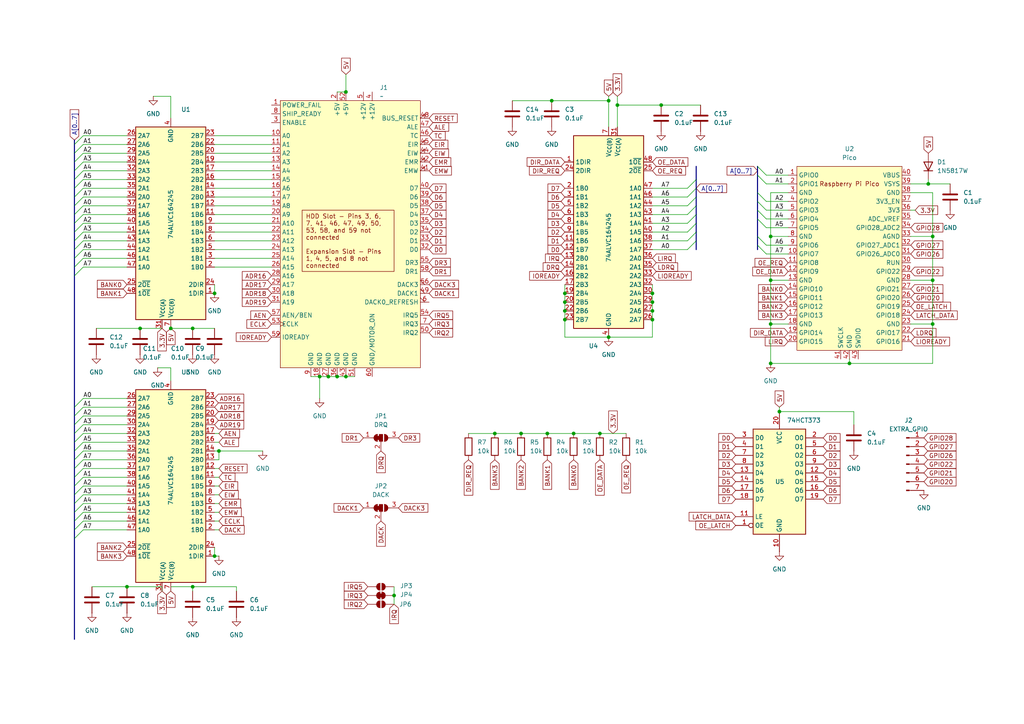
<source format=kicad_sch>
(kicad_sch (version 20231120) (generator "eeschema") (generator_version "8.0")
  (paper "A4")
  (title_block (title "Tandy1400 Raspberry Pi Pico ISA Sniffer") (comment 3 " Raspberry Pi Pico.") (comment 4 "This board is designed to safely expose the entire address bus and data bus to a"))
  (junction (at 163.83 87.63))
  (junction (at 163.83 85.09))
  (junction (at 270.51 93.98))
  (junction (at 223.52 105.41))
  (junction (at 191.77 30.48))
  (junction (at 179.07 30.48))
  (junction (at 92.71 109.22))
  (junction (at 163.83 90.17))
  (junction (at 62.23 161.29))
  (junction (at 173.99 125.73))
  (junction (at 97.79 109.22))
  (junction (at 270.51 81.28))
  (junction (at 114.3 172.72))
  (junction (at 143.51 125.73))
  (junction (at 63.5 130.81))
  (junction (at 270.51 68.58))
  (junction (at 223.52 68.58))
  (junction (at 55.88 170.18))
  (junction (at 226.06 119.38))
  (junction (at 176.53 97.79))
  (junction (at 100.33 109.22))
  (junction (at 160.02 29.21))
  (junction (at 49.53 95.25))
  (junction (at 100.33 26.67))
  (junction (at 176.53 29.21))
  (junction (at 36.83 170.18))
  (junction (at 189.23 92.71))
  (junction (at 55.88 95.25))
  (junction (at 189.23 85.09))
  (junction (at 95.25 109.22))
  (junction (at 269.24 53.34))
  (junction (at 246.38 105.41))
  (junction (at 189.23 90.17))
  (junction (at 163.83 92.71))
  (junction (at 223.52 93.98))
  (junction (at 151.13 125.73))
  (junction (at 189.23 87.63))
  (junction (at 223.52 81.28))
  (junction (at 166.37 125.73))
  (junction (at 40.64 95.25))
  (junction (at 62.23 85.09))
  (junction (at 158.75 125.73))
  (bus_entry (at 21.59 143.51) (size 2.54 -2.54))
  (bus_entry (at 21.59 118.11) (size 2.54 -2.54))
  (bus_entry (at 199.39 69.85) (size 2.54 -2.54))
  (bus_entry (at 199.39 62.23) (size 2.54 -2.54))
  (bus_entry (at 199.39 67.31) (size 2.54 -2.54))
  (bus_entry (at 199.39 54.61) (size 2.54 -2.54))
  (bus_entry (at 21.59 52.07) (size 2.54 -2.54))
  (bus_entry (at 21.59 69.85) (size 2.54 -2.54))
  (bus_entry (at 21.59 148.59) (size 2.54 -2.54))
  (bus_entry (at 199.39 64.77) (size 2.54 -2.54))
  (bus_entry (at 21.59 46.99) (size 2.54 -2.54))
  (bus_entry (at 219.71 60.96) (size 2.54 2.54))
  (bus_entry (at 219.71 71.12) (size 2.54 2.54))
  (bus_entry (at 21.59 151.13) (size 2.54 -2.54))
  (bus_entry (at 21.59 49.53) (size 2.54 -2.54))
  (bus_entry (at 21.59 80.01) (size 2.54 -2.54))
  (bus_entry (at 21.59 156.21) (size 2.54 -2.54))
  (bus_entry (at 21.59 138.43) (size 2.54 -2.54))
  (bus_entry (at 21.59 41.91) (size 2.54 -2.54))
  (bus_entry (at 219.71 63.5) (size 2.54 2.54))
  (bus_entry (at 21.59 130.81) (size 2.54 -2.54))
  (bus_entry (at 21.59 57.15) (size 2.54 -2.54))
  (bus_entry (at 21.59 72.39) (size 2.54 -2.54))
  (bus_entry (at 222.25 60.96) (size -2.54 -2.54))
  (bus_entry (at 21.59 74.93) (size 2.54 -2.54))
  (bus_entry (at 21.59 54.61) (size 2.54 -2.54))
  (bus_entry (at 21.59 59.69) (size 2.54 -2.54))
  (bus_entry (at 21.59 146.05) (size 2.54 -2.54))
  (bus_entry (at 21.59 133.35) (size 2.54 -2.54))
  (bus_entry (at 222.25 53.34) (size -2.54 -2.54))
  (bus_entry (at 21.59 135.89) (size 2.54 -2.54))
  (bus_entry (at 21.59 77.47) (size 2.54 -2.54))
  (bus_entry (at 21.59 64.77) (size 2.54 -2.54))
  (bus_entry (at 199.39 72.39) (size 2.54 -2.54))
  (bus_entry (at 21.59 44.45) (size 2.54 -2.54))
  (bus_entry (at 21.59 67.31) (size 2.54 -2.54))
  (bus_entry (at 21.59 120.65) (size 2.54 -2.54))
  (bus_entry (at 21.59 153.67) (size 2.54 -2.54))
  (bus_entry (at 219.71 68.58) (size 2.54 2.54))
  (bus_entry (at 199.39 59.69) (size 2.54 -2.54))
  (bus_entry (at 21.59 140.97) (size 2.54 -2.54))
  (bus_entry (at 222.25 58.42) (size -2.54 -2.54))
  (bus_entry (at 21.59 123.19) (size 2.54 -2.54))
  (bus_entry (at 21.59 62.23) (size 2.54 -2.54))
  (bus_entry (at 222.25 50.8) (size -2.54 -2.54))
  (bus_entry (at 21.59 125.73) (size 2.54 -2.54))
  (bus_entry (at 199.39 57.15) (size 2.54 -2.54))
  (bus_entry (at 21.59 128.27) (size 2.54 -2.54))
  (wire (pts (xy 264.16 68.58) (xy 270.51 68.58)))
  (bus (pts (xy 21.59 74.93) (xy 21.59 77.47)))
  (bus (pts (xy 219.71 50.8) (xy 219.71 55.88)))
  (wire (pts (xy 189.23 64.77) (xy 199.39 64.77)))
  (wire (pts (xy 24.13 41.91) (xy 36.83 41.91)))
  (wire (pts (xy 163.83 85.09) (xy 163.83 87.63)))
  (wire (pts (xy 269.24 52.07) (xy 269.24 53.34)))
  (bus (pts (xy 201.93 64.77) (xy 201.93 62.23)))
  (wire (pts (xy 24.13 118.11) (xy 36.83 118.11)))
  (wire (pts (xy 246.38 105.41) (xy 270.51 105.41)))
  (wire (pts (xy 24.13 151.13) (xy 36.83 151.13)))
  (wire (pts (xy 270.51 81.28) (xy 270.51 93.98)))
  (wire (pts (xy 179.07 30.48) (xy 179.07 36.83)))
  (wire (pts (xy 24.13 69.85) (xy 36.83 69.85)))
  (wire (pts (xy 24.13 130.81) (xy 36.83 130.81)))
  (wire (pts (xy 189.23 54.61) (xy 199.39 54.61)))
  (bus (pts (xy 201.93 52.07) (xy 201.93 54.61)))
  (wire (pts (xy 179.07 30.48) (xy 191.77 30.48)))
  (wire (pts (xy 62.23 52.07) (xy 78.74 52.07)))
  (wire (pts (xy 189.23 90.17) (xy 189.23 92.71)))
  (bus (pts (xy 21.59 140.97) (xy 21.59 143.51)))
  (bus (pts (xy 21.59 123.19) (xy 21.59 125.73)))
  (wire (pts (xy 36.83 170.18) (xy 46.99 170.18)))
  (wire (pts (xy 226.06 118.11) (xy 226.06 119.38)))
  (wire (pts (xy 173.99 125.73) (xy 181.61 125.73)))
  (wire (pts (xy 143.51 125.73) (xy 151.13 125.73)))
  (wire (pts (xy 151.13 125.73) (xy 158.75 125.73)))
  (wire (pts (xy 163.83 92.71) (xy 163.83 97.79)))
  (wire (pts (xy 24.13 120.65) (xy 36.83 120.65)))
  (wire (pts (xy 24.13 74.93) (xy 36.83 74.93)))
  (wire (pts (xy 189.23 85.09) (xy 189.23 87.63)))
  (wire (pts (xy 24.13 148.59) (xy 36.83 148.59)))
  (wire (pts (xy 163.83 87.63) (xy 163.83 90.17)))
  (wire (pts (xy 189.23 62.23) (xy 199.39 62.23)))
  (wire (pts (xy 24.13 49.53) (xy 36.83 49.53)))
  (wire (pts (xy 24.13 59.69) (xy 36.83 59.69)))
  (wire (pts (xy 24.13 138.43) (xy 36.83 138.43)))
  (bus (pts (xy 201.93 48.26) (xy 201.93 52.07)))
  (wire (pts (xy 223.52 68.58) (xy 223.52 81.28)))
  (bus (pts (xy 21.59 80.01) (xy 21.59 118.11)))
  (wire (pts (xy 49.53 95.25) (xy 49.53 93.98)))
  (wire (pts (xy 264.16 60.96) (xy 265.43 60.96)))
  (bus (pts (xy 21.59 125.73) (xy 21.59 128.27)))
  (bus (pts (xy 21.59 77.47) (xy 21.59 80.01)))
  (wire (pts (xy 189.23 72.39) (xy 199.39 72.39)))
  (bus (pts (xy 201.93 72.39) (xy 201.93 69.85)))
  (wire (pts (xy 95.25 109.22) (xy 97.79 109.22)))
  (bus (pts (xy 21.59 46.99) (xy 21.59 49.53)))
  (wire (pts (xy 62.23 69.85) (xy 78.74 69.85)))
  (wire (pts (xy 49.53 106.68) (xy 45.72 106.68)))
  (bus (pts (xy 21.59 57.15) (xy 21.59 59.69)))
  (wire (pts (xy 223.52 68.58) (xy 228.6 68.58)))
  (bus (pts (xy 219.71 55.88) (xy 219.71 58.42)))
  (bus (pts (xy 219.71 63.5) (xy 219.71 68.58)))
  (bus (pts (xy 21.59 128.27) (xy 21.59 130.81)))
  (bus (pts (xy 219.71 68.58) (xy 219.71 71.12)))
  (wire (pts (xy 97.79 26.67) (xy 100.33 26.67)))
  (wire (pts (xy 24.13 123.19) (xy 36.83 123.19)))
  (wire (pts (xy 62.23 130.81) (xy 63.5 130.81)))
  (wire (pts (xy 228.6 55.88) (xy 223.52 55.88)))
  (wire (pts (xy 270.51 68.58) (xy 270.51 81.28)))
  (bus (pts (xy 21.59 153.67) (xy 21.59 156.21)))
  (wire (pts (xy 63.5 140.97) (xy 62.23 140.97)))
  (wire (pts (xy 163.83 97.79) (xy 176.53 97.79)))
  (wire (pts (xy 62.23 49.53) (xy 78.74 49.53)))
  (wire (pts (xy 62.23 46.99) (xy 78.74 46.99)))
  (wire (pts (xy 222.25 60.96) (xy 228.6 60.96)))
  (wire (pts (xy 247.65 123.19) (xy 247.65 119.38)))
  (bus (pts (xy 219.71 58.42) (xy 219.71 60.96)))
  (wire (pts (xy 62.23 41.91) (xy 78.74 41.91)))
  (wire (pts (xy 62.23 158.75) (xy 62.23 161.29)))
  (wire (pts (xy 62.23 62.23) (xy 78.74 62.23)))
  (wire (pts (xy 62.23 64.77) (xy 78.74 64.77)))
  (wire (pts (xy 55.88 170.18) (xy 55.88 171.45)))
  (wire (pts (xy 24.13 44.45) (xy 36.83 44.45)))
  (bus (pts (xy 201.93 59.69) (xy 201.93 57.15)))
  (wire (pts (xy 189.23 82.55) (xy 189.23 85.09)))
  (wire (pts (xy 49.53 170.18) (xy 49.53 171.45)))
  (wire (pts (xy 135.89 125.73) (xy 143.51 125.73)))
  (wire (pts (xy 40.64 95.25) (xy 46.99 95.25)))
  (wire (pts (xy 114.3 172.72) (xy 114.3 175.26)))
  (wire (pts (xy 62.23 59.69) (xy 78.74 59.69)))
  (wire (pts (xy 62.23 77.47) (xy 78.74 77.47)))
  (wire (pts (xy 24.13 115.57) (xy 36.83 115.57)))
  (wire (pts (xy 63.5 130.81) (xy 63.5 133.35)))
  (wire (pts (xy 264.16 93.98) (xy 270.51 93.98)))
  (bus (pts (xy 21.59 62.23) (xy 21.59 64.77)))
  (wire (pts (xy 189.23 92.71) (xy 189.23 97.79)))
  (wire (pts (xy 63.5 138.43) (xy 62.23 138.43)))
  (wire (pts (xy 166.37 125.73) (xy 173.99 125.73)))
  (wire (pts (xy 63.5 151.13) (xy 62.23 151.13)))
  (wire (pts (xy 62.23 72.39) (xy 78.74 72.39)))
  (wire (pts (xy 270.51 55.88) (xy 270.51 68.58)))
  (bus (pts (xy 21.59 64.77) (xy 21.59 67.31)))
  (bus (pts (xy 21.59 118.11) (xy 21.59 120.65)))
  (bus (pts (xy 21.59 40.64) (xy 21.59 41.91)))
  (wire (pts (xy 62.23 39.37) (xy 78.74 39.37)))
  (bus (pts (xy 21.59 72.39) (xy 21.59 74.93)))
  (bus (pts (xy 201.93 57.15) (xy 201.93 54.61)))
  (wire (pts (xy 264.16 81.28) (xy 270.51 81.28)))
  (wire (pts (xy 49.53 27.94) (xy 44.45 27.94)))
  (wire (pts (xy 62.23 67.31) (xy 78.74 67.31)))
  (wire (pts (xy 24.13 128.27) (xy 36.83 128.27)))
  (wire (pts (xy 222.25 71.12) (xy 228.6 71.12)))
  (bus (pts (xy 21.59 146.05) (xy 21.59 148.59)))
  (wire (pts (xy 223.52 93.98) (xy 228.6 93.98)))
  (wire (pts (xy 63.5 153.67) (xy 62.23 153.67)))
  (wire (pts (xy 163.83 82.55) (xy 163.83 85.09)))
  (wire (pts (xy 63.5 125.73) (xy 62.23 125.73)))
  (bus (pts (xy 21.59 138.43) (xy 21.59 140.97)))
  (wire (pts (xy 189.23 97.79) (xy 176.53 97.79)))
  (wire (pts (xy 158.75 125.73) (xy 166.37 125.73)))
  (bus (pts (xy 21.59 156.21) (xy 21.59 185.42)))
  (bus (pts (xy 21.59 49.53) (xy 21.59 52.07)))
  (wire (pts (xy 62.23 161.29) (xy 63.5 161.29)))
  (wire (pts (xy 179.07 27.94) (xy 179.07 30.48)))
  (wire (pts (xy 62.23 54.61) (xy 78.74 54.61)))
  (bus (pts (xy 219.71 48.26) (xy 219.71 50.8)))
  (wire (pts (xy 49.53 110.49) (xy 49.53 106.68)))
  (wire (pts (xy 189.23 59.69) (xy 199.39 59.69)))
  (wire (pts (xy 222.25 58.42) (xy 228.6 58.42)))
  (wire (pts (xy 222.25 66.04) (xy 228.6 66.04)))
  (bus (pts (xy 21.59 41.91) (xy 21.59 44.45)))
  (wire (pts (xy 247.65 119.38) (xy 226.06 119.38)))
  (wire (pts (xy 114.3 170.18) (xy 114.3 172.72)))
  (wire (pts (xy 63.5 130.81) (xy 76.2 130.81)))
  (wire (pts (xy 55.88 95.25) (xy 62.23 95.25)))
  (bus (pts (xy 21.59 67.31) (xy 21.59 69.85)))
  (bus (pts (xy 21.59 120.65) (xy 21.59 123.19)))
  (wire (pts (xy 270.51 93.98) (xy 270.51 105.41)))
  (wire (pts (xy 24.13 72.39) (xy 36.83 72.39)))
  (wire (pts (xy 62.23 74.93) (xy 78.74 74.93)))
  (bus (pts (xy 21.59 148.59) (xy 21.59 151.13)))
  (wire (pts (xy 55.88 95.25) (xy 49.53 95.25)))
  (wire (pts (xy 24.13 46.99) (xy 36.83 46.99)))
  (wire (pts (xy 24.13 57.15) (xy 36.83 57.15)))
  (wire (pts (xy 90.17 109.22) (xy 92.71 109.22)))
  (bus (pts (xy 21.59 151.13) (xy 21.59 153.67)))
  (wire (pts (xy 24.13 77.47) (xy 36.83 77.47)))
  (wire (pts (xy 269.24 53.34) (xy 275.59 53.34)))
  (wire (pts (xy 222.25 53.34) (xy 228.6 53.34)))
  (wire (pts (xy 97.79 109.22) (xy 100.33 109.22)))
  (wire (pts (xy 26.67 170.18) (xy 36.83 170.18)))
  (wire (pts (xy 24.13 67.31) (xy 36.83 67.31)))
  (bus (pts (xy 21.59 44.45) (xy 21.59 46.99)))
  (wire (pts (xy 191.77 30.48) (xy 203.2 30.48)))
  (wire (pts (xy 24.13 133.35) (xy 36.83 133.35)))
  (wire (pts (xy 68.58 170.18) (xy 68.58 171.45)))
  (wire (pts (xy 222.25 50.8) (xy 228.6 50.8)))
  (wire (pts (xy 100.33 109.22) (xy 102.87 109.22)))
  (wire (pts (xy 24.13 143.51) (xy 36.83 143.51)))
  (wire (pts (xy 24.13 62.23) (xy 36.83 62.23)))
  (wire (pts (xy 222.25 73.66) (xy 228.6 73.66)))
  (wire (pts (xy 92.71 109.22) (xy 92.71 115.57)))
  (wire (pts (xy 62.23 44.45) (xy 78.74 44.45)))
  (wire (pts (xy 163.83 90.17) (xy 163.83 92.71)))
  (wire (pts (xy 24.13 140.97) (xy 36.83 140.97)))
  (wire (pts (xy 24.13 135.89) (xy 36.83 135.89)))
  (bus (pts (xy 21.59 54.61) (xy 21.59 57.15)))
  (wire (pts (xy 92.71 109.22) (xy 95.25 109.22)))
  (wire (pts (xy 24.13 64.77) (xy 36.83 64.77)))
  (bus (pts (xy 219.71 60.96) (xy 219.71 63.5)))
  (wire (pts (xy 176.53 27.94) (xy 176.53 29.21)))
  (wire (pts (xy 264.16 55.88) (xy 270.51 55.88)))
  (wire (pts (xy 223.52 55.88) (xy 223.52 68.58)))
  (wire (pts (xy 269.24 53.34) (xy 264.16 53.34)))
  (wire (pts (xy 24.13 146.05) (xy 36.83 146.05)))
  (wire (pts (xy 63.5 128.27) (xy 62.23 128.27)))
  (wire (pts (xy 223.52 81.28) (xy 223.52 93.98)))
  (bus (pts (xy 21.59 133.35) (xy 21.59 135.89)))
  (wire (pts (xy 246.38 104.14) (xy 246.38 105.41)))
  (bus (pts (xy 21.59 135.89) (xy 21.59 138.43)))
  (wire (pts (xy 63.5 146.05) (xy 62.23 146.05)))
  (bus (pts (xy 21.59 130.81) (xy 21.59 133.35)))
  (bus (pts (xy 201.93 62.23) (xy 201.93 59.69)))
  (bus (pts (xy 21.59 69.85) (xy 21.59 72.39)))
  (wire (pts (xy 246.38 105.41) (xy 223.52 105.41)))
  (wire (pts (xy 63.5 135.89) (xy 62.23 135.89)))
  (bus (pts (xy 219.71 71.12) (xy 219.71 72.39)))
  (wire (pts (xy 49.53 34.29) (xy 49.53 27.94)))
  (wire (pts (xy 223.52 81.28) (xy 228.6 81.28)))
  (wire (pts (xy 55.88 170.18) (xy 49.53 170.18)))
  (wire (pts (xy 176.53 29.21) (xy 176.53 36.83)))
  (wire (pts (xy 100.33 21.59) (xy 100.33 26.67)))
  (wire (pts (xy 24.13 125.73) (xy 36.83 125.73)))
  (wire (pts (xy 63.5 143.51) (xy 62.23 143.51)))
  (wire (pts (xy 24.13 54.61) (xy 36.83 54.61)))
  (wire (pts (xy 62.23 82.55) (xy 62.23 85.09)))
  (wire (pts (xy 46.99 170.18) (xy 46.99 171.45)))
  (bus (pts (xy 201.93 69.85) (xy 201.93 67.31)))
  (bus (pts (xy 21.59 59.69) (xy 21.59 62.23)))
  (wire (pts (xy 27.94 95.25) (xy 40.64 95.25)))
  (bus (pts (xy 21.59 143.51) (xy 21.59 146.05)))
  (wire (pts (xy 189.23 57.15) (xy 199.39 57.15)))
  (wire (pts (xy 222.25 63.5) (xy 228.6 63.5)))
  (wire (pts (xy 24.13 153.67) (xy 36.83 153.67)))
  (wire (pts (xy 223.52 93.98) (xy 223.52 105.41)))
  (wire (pts (xy 62.23 133.35) (xy 63.5 133.35)))
  (wire (pts (xy 62.23 57.15) (xy 78.74 57.15)))
  (wire (pts (xy 55.88 170.18) (xy 68.58 170.18)))
  (bus (pts (xy 21.59 52.07) (xy 21.59 54.61)))
  (wire (pts (xy 189.23 67.31) (xy 199.39 67.31)))
  (wire (pts (xy 189.23 69.85) (xy 199.39 69.85)))
  (wire (pts (xy 160.02 29.21) (xy 176.53 29.21)))
  (wire (pts (xy 63.5 148.59) (xy 62.23 148.59)))
  (wire (pts (xy 189.23 87.63) (xy 189.23 90.17)))
  (wire (pts (xy 24.13 39.37) (xy 36.83 39.37)))
  (bus (pts (xy 201.93 67.31) (xy 201.93 64.77)))
  (wire (pts (xy 148.59 29.21) (xy 160.02 29.21)))
  (wire (pts (xy 24.13 52.07) (xy 36.83 52.07)))
  (label "A0" (at 24.13 39.37 0))
  (label "A0" (at 224.79 50.8 0))
  (label "A3" (at 24.13 123.19 0))
  (label "A6" (at 224.79 71.12 0))
  (label "A0" (at 24.13 115.57 0))
  (label "A1" (at 24.13 41.91 0))
  (label "A3" (at 24.13 143.51 0))
  (label "A1" (at 24.13 118.11 0))
  (label "A3" (at 24.13 46.99 0))
  (label "A7" (at 24.13 153.67 0))
  (label "A7" (at 24.13 57.15 0))
  (label "A6" (at 24.13 54.61 0))
  (label "A5" (at 24.13 128.27 0))
  (label "A2" (at 24.13 64.77 0))
  (label "A5" (at 224.79 66.04 0))
  (label "A3" (at 191.77 64.77 0))
  (label "A4" (at 24.13 146.05 0))
  (label "A2" (at 191.77 67.31 0))
  (label "A7" (at 191.77 54.61 0))
  (label "A5" (at 24.13 72.39 0))
  (label "A6" (at 24.13 74.93 0))
  (label "A4" (at 191.77 62.23 0))
  (label "A2" (at 224.79 58.42 0))
  (label "A4" (at 224.79 63.5 0))
  (label "A2" (at 24.13 44.45 0))
  (label "A7" (at 24.13 133.35 0))
  (label "A4" (at 24.13 69.85 0))
  (label "A2" (at 24.13 120.65 0))
  (label "A0" (at 24.13 59.69 0))
  (label "A3" (at 24.13 67.31 0))
  (label "A1" (at 24.13 62.23 0))
  (label "A3" (at 224.79 60.96 0))
  (label "A4" (at 24.13 125.73 0))
  (label "A5" (at 24.13 52.07 0))
  (label "A1" (at 191.77 69.85 0))
  (label "A0" (at 191.77 72.39 0))
  (label "A6" (at 24.13 151.13 0))
  (label "A5" (at 24.13 148.59 0))
  (label "A1" (at 224.79 53.34 0))
  (label "A1" (at 24.13 138.43 0))
  (label "A6" (at 24.13 130.81 0))
  (label "A7" (at 224.79 73.66 0))
  (label "A0" (at 24.13 135.89 0))
  (label "A2" (at 24.13 140.97 0))
  (label "A6" (at 191.77 57.15 0))
  (label "A4" (at 24.13 49.53 0))
  (label "A7" (at 24.13 77.47 0))
  (label "A5" (at 191.77 59.69 0))
  (global_label "EIW" (shape input) (at 63.5 143.51 0) (property "Intersheetrefs" "${INTERSHEET_REFS}" (effects (hide yes))))
  (global_label "BANK2" (shape input) (at 151.13 133.35 270) (property "Intersheetrefs" "${INTERSHEET_REFS}" (effects (hide yes))))
  (global_label "ECLK" (shape input) (at 63.5 151.13 0) (property "Intersheetrefs" "${INTERSHEET_REFS}" (effects (hide yes))))
  (global_label "3.3V" (shape input) (at 46.99 95.25 270) (property "Intersheetrefs" "${INTERSHEET_REFS}" (effects (hide yes))))
  (global_label "D3" (shape input) (at 163.83 64.77 180) (property "Intersheetrefs" "${INTERSHEET_REFS}" (effects (hide yes))))
  (global_label "GPIO22" (shape input) (at 267.97 134.62 0) (property "Intersheetrefs" "${INTERSHEET_REFS}" (effects (hide yes))))
  (global_label "IRQ3" (shape input) (at 124.46 93.98 0) (property "Intersheetrefs" "${INTERSHEET_REFS}" (effects (hide yes))))
  (global_label "IRQ2" (shape input) (at 124.46 96.52 0) (property "Intersheetrefs" "${INTERSHEET_REFS}" (effects (hide yes))))
  (global_label "D0" (shape input) (at 163.83 72.39 180) (property "Intersheetrefs" "${INTERSHEET_REFS}" (effects (hide yes))))
  (global_label "OE_DATA" (shape input) (at 228.6 78.74 180) (property "Intersheetrefs" "${INTERSHEET_REFS}" (effects (hide yes))))
  (global_label "AEN" (shape input) (at 78.74 91.44 180) (property "Intersheetrefs" "${INTERSHEET_REFS}" (effects (hide yes))))
  (global_label "DR3" (shape input) (at 124.46 76.2 0) (property "Intersheetrefs" "${INTERSHEET_REFS}" (effects (hide yes))))
  (global_label "DIR_DATA" (shape input) (at 163.83 46.99 180) (property "Intersheetrefs" "${INTERSHEET_REFS}" (effects (hide yes))))
  (global_label "EIW" (shape input) (at 124.46 44.45 0) (property "Intersheetrefs" "${INTERSHEET_REFS}" (effects (hide yes))))
  (global_label "ALE" (shape input) (at 63.5 128.27 0) (property "Intersheetrefs" "${INTERSHEET_REFS}" (effects (hide yes))))
  (global_label "DACK3" (shape input) (at 115.57 147.32 0) (property "Intersheetrefs" "${INTERSHEET_REFS}" (effects (hide yes))))
  (global_label "ADR16" (shape input) (at 62.23 115.57 0) (property "Intersheetrefs" "${INTERSHEET_REFS}" (effects (hide yes))))
  (global_label "D6" (shape input) (at 238.76 142.24 0) (property "Intersheetrefs" "${INTERSHEET_REFS}" (effects (hide yes))))
  (global_label "IOREADY" (shape input) (at 163.83 80.01 180) (property "Intersheetrefs" "${INTERSHEET_REFS}" (effects (hide yes))))
  (global_label "D1" (shape input) (at 163.83 69.85 180) (property "Intersheetrefs" "${INTERSHEET_REFS}" (effects (hide yes))))
  (global_label "ADR17" (shape input) (at 62.23 118.11 0) (property "Intersheetrefs" "${INTERSHEET_REFS}" (effects (hide yes))))
  (global_label "5V" (shape input) (at 49.53 95.25 270) (property "Intersheetrefs" "${INTERSHEET_REFS}" (effects (hide yes))))
  (global_label "LATCH_DATA" (shape input) (at 213.36 149.86 180) (property "Intersheetrefs" "${INTERSHEET_REFS}" (effects (hide yes))))
  (global_label "D4" (shape input) (at 124.46 62.23 0) (property "Intersheetrefs" "${INTERSHEET_REFS}" (effects (hide yes))))
  (global_label "RESET" (shape input) (at 124.46 34.29 0) (property "Intersheetrefs" "${INTERSHEET_REFS}" (effects (hide yes))))
  (global_label "AEN" (shape input) (at 63.5 125.73 0) (property "Intersheetrefs" "${INTERSHEET_REFS}" (effects (hide yes))))
  (global_label "GPIO26" (shape input) (at 267.97 132.08 0) (property "Intersheetrefs" "${INTERSHEET_REFS}" (effects (hide yes))))
  (global_label "A[0..7]" (shape input) (at 219.71 49.53 180) (property "Intersheetrefs" "${INTERSHEET_REFS}" (effects (hide yes))))
  (global_label "EMW" (shape input) (at 124.46 49.53 0) (property "Intersheetrefs" "${INTERSHEET_REFS}" (effects (hide yes))))
  (global_label "GPIO28" (shape input) (at 267.97 127 0) (property "Intersheetrefs" "${INTERSHEET_REFS}" (effects (hide yes))))
  (global_label "D3" (shape input) (at 124.46 64.77 0) (property "Intersheetrefs" "${INTERSHEET_REFS}" (effects (hide yes))))
  (global_label "D4" (shape input) (at 163.83 62.23 180) (property "Intersheetrefs" "${INTERSHEET_REFS}" (effects (hide yes))))
  (global_label "BANK0" (shape input) (at 166.37 133.35 270) (property "Intersheetrefs" "${INTERSHEET_REFS}" (effects (hide yes))))
  (global_label "DIR_REQ" (shape input) (at 163.83 49.53 180) (property "Intersheetrefs" "${INTERSHEET_REFS}" (effects (hide yes))))
  (global_label "GPIO22" (shape input) (at 264.16 78.74 0) (property "Intersheetrefs" "${INTERSHEET_REFS}" (effects (hide yes))))
  (global_label "3.3V" (shape input) (at 46.99 171.45 270) (property "Intersheetrefs" "${INTERSHEET_REFS}" (effects (hide yes))))
  (global_label "EMR" (shape input) (at 63.5 146.05 0) (property "Intersheetrefs" "${INTERSHEET_REFS}" (effects (hide yes))))
  (global_label "GPIO20" (shape input) (at 267.97 139.7 0) (property "Intersheetrefs" "${INTERSHEET_REFS}" (effects (hide yes))))
  (global_label "RESET" (shape input) (at 63.5 135.89 0) (property "Intersheetrefs" "${INTERSHEET_REFS}" (effects (hide yes))))
  (global_label "D0" (shape input) (at 213.36 127 180) (property "Intersheetrefs" "${INTERSHEET_REFS}" (effects (hide yes))))
  (global_label "D4" (shape input) (at 213.36 137.16 180) (property "Intersheetrefs" "${INTERSHEET_REFS}" (effects (hide yes))))
  (global_label "D6" (shape input) (at 124.46 57.15 0) (property "Intersheetrefs" "${INTERSHEET_REFS}" (effects (hide yes))))
  (global_label "GPIO20" (shape input) (at 264.16 86.36 0) (property "Intersheetrefs" "${INTERSHEET_REFS}" (effects (hide yes))))
  (global_label "GPIO26" (shape input) (at 264.16 73.66 0) (property "Intersheetrefs" "${INTERSHEET_REFS}" (effects (hide yes))))
  (global_label "LIRQ" (shape input) (at 228.6 99.06 180) (property "Intersheetrefs" "${INTERSHEET_REFS}" (effects (hide yes))))
  (global_label "ADR19" (shape input) (at 62.23 123.19 0) (property "Intersheetrefs" "${INTERSHEET_REFS}" (effects (hide yes))))
  (global_label "BANK1" (shape input) (at 36.83 85.09 180) (property "Intersheetrefs" "${INTERSHEET_REFS}" (effects (hide yes))))
  (global_label "DR1" (shape input) (at 105.41 127 180) (property "Intersheetrefs" "${INTERSHEET_REFS}" (effects (hide yes))))
  (global_label "EIR" (shape input) (at 124.46 41.91 0) (property "Intersheetrefs" "${INTERSHEET_REFS}" (effects (hide yes))))
  (global_label "DR3" (shape input) (at 115.57 127 0) (property "Intersheetrefs" "${INTERSHEET_REFS}" (effects (hide yes))))
  (global_label "GPIO21" (shape input) (at 267.97 137.16 0) (property "Intersheetrefs" "${INTERSHEET_REFS}" (effects (hide yes))))
  (global_label "DR1" (shape input) (at 124.46 78.74 0) (property "Intersheetrefs" "${INTERSHEET_REFS}" (effects (hide yes))))
  (global_label "OE_LATCH" (shape input) (at 213.36 152.4 180) (property "Intersheetrefs" "${INTERSHEET_REFS}" (effects (hide yes))))
  (global_label "D4" (shape input) (at 238.76 137.16 0) (property "Intersheetrefs" "${INTERSHEET_REFS}" (effects (hide yes))))
  (global_label "D2" (shape input) (at 163.83 67.31 180) (property "Intersheetrefs" "${INTERSHEET_REFS}" (effects (hide yes))))
  (global_label "OE_DATA" (shape input) (at 189.23 46.99 0) (property "Intersheetrefs" "${INTERSHEET_REFS}" (effects (hide yes))))
  (global_label "D7" (shape input) (at 124.46 54.61 0) (property "Intersheetrefs" "${INTERSHEET_REFS}" (effects (hide yes))))
  (global_label "A[0..7]" (shape input) (at 21.59 40.64 90) (property "Intersheetrefs" "${INTERSHEET_REFS}" (effects (hide yes))))
  (global_label "BANK3" (shape input) (at 143.51 133.35 270) (property "Intersheetrefs" "${INTERSHEET_REFS}" (effects (hide yes))))
  (global_label "OE_REQ" (shape input) (at 181.61 133.35 270) (property "Intersheetrefs" "${INTERSHEET_REFS}" (effects (hide yes))))
  (global_label "DACK3" (shape input) (at 124.46 82.55 0) (property "Intersheetrefs" "${INTERSHEET_REFS}" (effects (hide yes))))
  (global_label "EMW" (shape input) (at 63.5 148.59 0) (property "Intersheetrefs" "${INTERSHEET_REFS}" (effects (hide yes))))
  (global_label "ADR17" (shape input) (at 78.74 82.55 180) (property "Intersheetrefs" "${INTERSHEET_REFS}" (effects (hide yes))))
  (global_label "TC" (shape input) (at 63.5 138.43 0) (property "Intersheetrefs" "${INTERSHEET_REFS}" (effects (hide yes))))
  (global_label "5V" (shape input) (at 49.53 171.45 270) (property "Intersheetrefs" "${INTERSHEET_REFS}" (effects (hide yes))))
  (global_label "D6" (shape input) (at 213.36 142.24 180) (property "Intersheetrefs" "${INTERSHEET_REFS}" (effects (hide yes))))
  (global_label "D7" (shape input) (at 213.36 144.78 180) (property "Intersheetrefs" "${INTERSHEET_REFS}" (effects (hide yes))))
  (global_label "DIR_REQ" (shape input) (at 135.89 133.35 270) (property "Intersheetrefs" "${INTERSHEET_REFS}" (effects (hide yes))))
  (global_label "D5" (shape input) (at 124.46 59.69 0) (property "Intersheetrefs" "${INTERSHEET_REFS}" (effects (hide yes))))
  (global_label "DIR_DATA" (shape input) (at 228.6 96.52 180) (property "Intersheetrefs" "${INTERSHEET_REFS}" (effects (hide yes))))
  (global_label "BANK2" (shape input) (at 228.6 88.9 180) (property "Intersheetrefs" "${INTERSHEET_REFS}" (effects (hide yes))))
  (global_label "5V" (shape input) (at 226.06 118.11 90) (property "Intersheetrefs" "${INTERSHEET_REFS}" (effects (hide yes))))
  (global_label "OE_DATA" (shape input) (at 173.99 133.35 270) (property "Intersheetrefs" "${INTERSHEET_REFS}" (effects (hide yes))))
  (global_label "ADR18" (shape input) (at 78.74 85.09 180) (property "Intersheetrefs" "${INTERSHEET_REFS}" (effects (hide yes))))
  (global_label "D7" (shape input) (at 238.76 144.78 0) (property "Intersheetrefs" "${INTERSHEET_REFS}" (effects (hide yes))))
  (global_label "DACK1" (shape input) (at 105.41 147.32 180) (property "Intersheetrefs" "${INTERSHEET_REFS}" (effects (hide yes))))
  (global_label "DACK" (shape input) (at 63.5 153.67 0) (property "Intersheetrefs" "${INTERSHEET_REFS}" (effects (hide yes))))
  (global_label "3.3V" (shape input) (at 177.8 125.73 90) (property "Intersheetrefs" "${INTERSHEET_REFS}" (effects (hide yes))))
  (global_label "GPIO28" (shape input) (at 264.16 66.04 0) (property "Intersheetrefs" "${INTERSHEET_REFS}" (effects (hide yes))))
  (global_label "D6" (shape input) (at 163.83 57.15 180) (property "Intersheetrefs" "${INTERSHEET_REFS}" (effects (hide yes))))
  (global_label "DRQ" (shape input) (at 110.49 130.81 270) (property "Intersheetrefs" "${INTERSHEET_REFS}" (effects (hide yes))))
  (global_label "LIOREADY" (shape input) (at 189.23 80.01 0) (property "Intersheetrefs" "${INTERSHEET_REFS}" (effects (hide yes))))
  (global_label "BANK0" (shape input) (at 228.6 83.82 180) (property "Intersheetrefs" "${INTERSHEET_REFS}" (effects (hide yes))))
  (global_label "5V" (shape input) (at 100.33 21.59 90) (property "Intersheetrefs" "${INTERSHEET_REFS}" (effects (hide yes))))
  (global_label "IRQ5" (shape input) (at 106.68 170.18 180) (property "Intersheetrefs" "${INTERSHEET_REFS}" (effects (hide yes))))
  (global_label "D5" (shape input) (at 238.76 139.7 0) (property "Intersheetrefs" "${INTERSHEET_REFS}" (effects (hide yes))))
  (global_label "BANK1" (shape input) (at 158.75 133.35 270) (property "Intersheetrefs" "${INTERSHEET_REFS}" (effects (hide yes))))
  (global_label "GPIO27" (shape input) (at 264.16 71.12 0) (property "Intersheetrefs" "${INTERSHEET_REFS}" (effects (hide yes))))
  (global_label "D1" (shape input) (at 124.46 69.85 0) (property "Intersheetrefs" "${INTERSHEET_REFS}" (effects (hide yes))))
  (global_label "D7" (shape input) (at 163.83 54.61 180) (property "Intersheetrefs" "${INTERSHEET_REFS}" (effects (hide yes))))
  (global_label "OE_REQ" (shape input) (at 228.6 76.2 180) (property "Intersheetrefs" "${INTERSHEET_REFS}" (effects (hide yes))))
  (global_label "IRQ5" (shape input) (at 124.46 91.44 0) (property "Intersheetrefs" "${INTERSHEET_REFS}" (effects (hide yes))))
  (global_label "ADR19" (shape input) (at 78.74 87.63 180) (property "Intersheetrefs" "${INTERSHEET_REFS}" (effects (hide yes))))
  (global_label "LDRQ" (shape input) (at 189.23 77.47 0) (property "Intersheetrefs" "${INTERSHEET_REFS}" (effects (hide yes))))
  (global_label "GPIO21" (shape input) (at 264.16 83.82 0) (property "Intersheetrefs" "${INTERSHEET_REFS}" (effects (hide yes))))
  (global_label "ECLK" (shape input) (at 78.74 93.98 180) (property "Intersheetrefs" "${INTERSHEET_REFS}" (effects (hide yes))))
  (global_label "IRQ2" (shape input) (at 106.68 175.26 180) (property "Intersheetrefs" "${INTERSHEET_REFS}" (effects (hide yes))))
  (global_label "ADR16" (shape input) (at 78.74 80.01 180) (property "Intersheetrefs" "${INTERSHEET_REFS}" (effects (hide yes))))
  (global_label "IRQ" (shape input) (at 163.83 74.93 180) (property "Intersheetrefs" "${INTERSHEET_REFS}" (effects (hide yes))))
  (global_label "BANK3" (shape input) (at 228.6 91.44 180) (property "Intersheetrefs" "${INTERSHEET_REFS}" (effects (hide yes))))
  (global_label "5V" (shape input) (at 269.24 44.45 90) (property "Intersheetrefs" "${INTERSHEET_REFS}" (effects (hide yes))))
  (global_label "ADR18" (shape input) (at 62.23 120.65 0) (property "Intersheetrefs" "${INTERSHEET_REFS}" (effects (hide yes))))
  (global_label "DACK1" (shape input) (at 124.46 85.09 0) (property "Intersheetrefs" "${INTERSHEET_REFS}" (effects (hide yes))))
  (global_label "D0" (shape input) (at 238.76 127 0) (property "Intersheetrefs" "${INTERSHEET_REFS}" (effects (hide yes))))
  (global_label "LIRQ" (shape input) (at 189.23 74.93 0) (property "Intersheetrefs" "${INTERSHEET_REFS}" (effects (hide yes))))
  (global_label "IOREADY" (shape input) (at 78.74 97.79 180) (property "Intersheetrefs" "${INTERSHEET_REFS}" (effects (hide yes))))
  (global_label "D3" (shape input) (at 238.76 134.62 0) (property "Intersheetrefs" "${INTERSHEET_REFS}" (effects (hide yes))))
  (global_label "OE_REQ" (shape input) (at 189.23 49.53 0) (property "Intersheetrefs" "${INTERSHEET_REFS}" (effects (hide yes))))
  (global_label "D5" (shape input) (at 213.36 139.7 180) (property "Intersheetrefs" "${INTERSHEET_REFS}" (effects (hide yes))))
  (global_label "ALE" (shape input) (at 124.46 36.83 0) (property "Intersheetrefs" "${INTERSHEET_REFS}" (effects (hide yes))))
  (global_label "GPIO27" (shape input) (at 267.97 129.54 0) (property "Intersheetrefs" "${INTERSHEET_REFS}" (effects (hide yes))))
  (global_label "3.3V" (shape input) (at 179.07 27.94 90) (property "Intersheetrefs" "${INTERSHEET_REFS}" (effects (hide yes))))
  (global_label "D3" (shape input) (at 213.36 134.62 180) (property "Intersheetrefs" "${INTERSHEET_REFS}" (effects (hide yes))))
  (global_label "LIOREADY" (shape input) (at 264.16 99.06 0) (property "Intersheetrefs" "${INTERSHEET_REFS}" (effects (hide yes))))
  (global_label "BANK2" (shape input) (at 36.83 158.75 180) (property "Intersheetrefs" "${INTERSHEET_REFS}" (effects (hide yes))))
  (global_label "EMR" (shape input) (at 124.46 46.99 0) (property "Intersheetrefs" "${INTERSHEET_REFS}" (effects (hide yes))))
  (global_label "D1" (shape input) (at 238.76 129.54 0) (property "Intersheetrefs" "${INTERSHEET_REFS}" (effects (hide yes))))
  (global_label "LATCH_DATA" (shape input) (at 264.16 91.44 0) (property "Intersheetrefs" "${INTERSHEET_REFS}" (effects (hide yes))))
  (global_label "LDRQ" (shape input) (at 264.16 96.52 0) (property "Intersheetrefs" "${INTERSHEET_REFS}" (effects (hide yes))))
  (global_label "IRQ" (shape input) (at 114.3 175.26 270) (property "Intersheetrefs" "${INTERSHEET_REFS}" (effects (hide yes))))
  (global_label "DACK" (shape input) (at 110.49 151.13 270) (property "Intersheetrefs" "${INTERSHEET_REFS}" (effects (hide yes))))
  (global_label "OE_LATCH" (shape input) (at 264.16 88.9 0) (property "Intersheetrefs" "${INTERSHEET_REFS}" (effects (hide yes))))
  (global_label "TC" (shape input) (at 124.46 39.37 0) (property "Intersheetrefs" "${INTERSHEET_REFS}" (effects (hide yes))))
  (global_label "D1" (shape input) (at 213.36 129.54 180) (property "Intersheetrefs" "${INTERSHEET_REFS}" (effects (hide yes))))
  (global_label "D2" (shape input) (at 238.76 132.08 0) (property "Intersheetrefs" "${INTERSHEET_REFS}" (effects (hide yes))))
  (global_label "IRQ3" (shape input) (at 106.68 172.72 180) (property "Intersheetrefs" "${INTERSHEET_REFS}" (effects (hide yes))))
  (global_label "BANK3" (shape input) (at 36.83 161.29 180) (property "Intersheetrefs" "${INTERSHEET_REFS}" (effects (hide yes))))
  (global_label "3.3V" (shape input) (at 265.43 60.96 0) (property "Intersheetrefs" "${INTERSHEET_REFS}" (effects (hide yes))))
  (global_label "D5" (shape input) (at 163.83 59.69 180) (property "Intersheetrefs" "${INTERSHEET_REFS}" (effects (hide yes))))
  (global_label "D2" (shape input) (at 124.46 67.31 0) (property "Intersheetrefs" "${INTERSHEET_REFS}" (effects (hide yes))))
  (global_label "BANK0" (shape input) (at 36.83 82.55 180) (property "Intersheetrefs" "${INTERSHEET_REFS}" (effects (hide yes))))
  (global_label "5V" (shape input) (at 176.53 27.94 90) (property "Intersheetrefs" "${INTERSHEET_REFS}" (effects (hide yes))))
  (global_label "EIR" (shape input) (at 63.5 140.97 0) (property "Intersheetrefs" "${INTERSHEET_REFS}" (effects (hide yes))))
  (global_label "DRQ" (shape input) (at 163.83 77.47 180) (property "Intersheetrefs" "${INTERSHEET_REFS}" (effects (hide yes))))
  (global_label "D0" (shape input) (at 124.46 72.39 0) (property "Intersheetrefs" "${INTERSHEET_REFS}" (effects (hide yes))))
  (global_label "BANK1" (shape input) (at 228.6 86.36 180) (property "Intersheetrefs" "${INTERSHEET_REFS}" (effects (hide yes))))
  (global_label "A[0..7]" (shape input) (at 201.93 54.61 0) (property "Intersheetrefs" "${INTERSHEET_REFS}" (effects (hide yes))))
  (global_label "D2" (shape input) (at 213.36 132.08 180) (property "Intersheetrefs" "${INTERSHEET_REFS}" (effects (hide yes))))
  (symbol (lib_id "Jumper:SolderJumper_2_Bridged") (at 110.49 172.72 0) (unit 1) (exclude_from_sim yes) (in_bom no)
    (property "Reference" "JP4" (at 117.856 172.466 0))
    (property "Value" "IRQ3" (effects (hide yes)))
    (property "Footprint" "Jumper:SolderJumper-2_P1.3mm_Bridged_RoundedPad1.0x1.5mm" (effects (hide yes)))
    (property "Description" "Solder Jumper, 2-pole, closed/bridged" (effects (hide yes)))
  )
  (symbol (lib_id "Device:C") (at 160.02 33.02 0) (unit 1)
    (property "Reference" "C3" (at 163.83 31.7499 0) (effects (justify left)))
    (property "Value" "0.1uF" (at 163.83 34.2899 0) (effects (justify left)))
    (property "Footprint" "Capacitor_SMD:C_0603_1608Metric" (effects (hide yes)))
    (property "Description" "Unpolarized capacitor" (effects (hide yes)))
    (property "LCSC" "C6119861" (effects (hide yes)))
  )
  (symbol (lib_id "power:GND") (at 160.02 36.83 0) (unit 1)
    (property "Reference" "#PWR011" (effects (hide yes)))
    (property "Value" "GND" (at 160.02 41.91 0))
    (property "Description" "Power symbol creates a global label with name \"GND\" , ground" (effects (hide yes)))
  )
  (symbol (lib_id "power:GND") (at 62.23 85.09 0) (unit 1)
    (property "Reference" "#PWR04" (effects (hide yes)))
    (property "Value" "GND" (at 62.23 90.17 0))
    (property "Description" "Power symbol creates a global label with name \"GND\" , ground" (effects (hide yes)))
  )
  (symbol (lib_id "Device:C") (at 68.58 175.26 0) (unit 1)
    (property "Reference" "C6" (at 72.39 173.9899 0) (effects (justify left)))
    (property "Value" "0.1uF" (at 72.39 176.5299 0) (effects (justify left)))
    (property "Footprint" "Capacitor_SMD:C_0603_1608Metric" (effects (hide yes)))
    (property "Description" "Unpolarized capacitor" (effects (hide yes)))
    (property "LCSC" "C6119861" (effects (hide yes)))
  )
  (symbol (lib_id "power:GND") (at 27.94 102.87 0) (unit 1)
    (property "Reference" "#PWR020" (effects (hide yes)))
    (property "Value" "GND" (at 27.94 107.95 0))
    (property "Description" "Power symbol creates a global label with name \"GND\" , ground" (effects (hide yes)))
  )
  (symbol (lib_id "Jumper:SolderJumper_3_Bridged12") (at 110.49 147.32 0) (unit 1) (exclude_from_sim yes) (in_bom no)
    (property "Reference" "JP2" (at 110.49 140.97 0))
    (property "Value" "DACK" (at 110.49 143.51 0))
    (property "Footprint" "Jumper:SolderJumper-3_P1.3mm_Bridged2Bar12_RoundedPad1.0x1.5mm_NumberLabels" (effects (hide yes)))
    (property "Description" "3-pole Solder Jumper, pins 1+2 closed/bridged" (effects (hide yes)))
  )
  (symbol (lib_id "Device:C") (at 203.2 34.29 0) (unit 1)
    (property "Reference" "C13" (at 207.01 33.0199 0) (effects (justify left)))
    (property "Value" "0.1uF" (at 207.01 35.5599 0) (effects (justify left)))
    (property "Footprint" "Capacitor_SMD:C_0603_1608Metric" (effects (hide yes)))
    (property "Description" "Unpolarized capacitor" (effects (hide yes)))
    (property "LCSC" "C6119861" (effects (hide yes)))
  )
  (symbol (lib_id "power:GND") (at 55.88 179.07 0) (unit 1)
    (property "Reference" "#PWR013" (effects (hide yes)))
    (property "Value" "GND" (at 55.88 184.15 0))
    (property "Description" "Power symbol creates a global label with name \"GND\" , ground" (effects (hide yes)))
  )
  (symbol (lib_id "power:GND") (at 63.5 161.29 0) (unit 1)
    (property "Reference" "#PWR05" (effects (hide yes)))
    (property "Value" "GND" (at 63.5 166.37 0))
    (property "Description" "Power symbol creates a global label with name \"GND\" , ground" (effects (hide yes)))
  )
  (symbol (lib_id "Jumper:SolderJumper_2_Open") (at 110.49 170.18 0) (unit 1) (exclude_from_sim yes) (in_bom no)
    (property "Reference" "JP3" (at 117.856 169.926 0))
    (property "Value" "IRQ5" (effects (hide yes)))
    (property "Footprint" "Jumper:SolderJumper-2_P1.3mm_Open_RoundedPad1.0x1.5mm" (effects (hide yes)))
    (property "Description" "Solder Jumper, 2-pole, open" (effects (hide yes)))
  )
  (symbol (lib_id "74xx:74ALVC164245") (at 49.53 140.97 180) (unit 1)
    (property "Reference" "U3" (at 52.5465 107.95 0) (effects (justify right)))
    (property "Value" "74ALVC164245" (at 49.53 146.558 90) (effects (justify right)))
    (property "Footprint" "Package_SO:TSSOP-48_6.1x12.5mm_P0.5mm" (effects (hide yes)))
    (property "Datasheet" "https://assets.nexperia.com/documents/data-sheet/74ALVC164245.pdf" (effects (hide yes)))
    (property "Description" "16-Bit 2.5V to 3.3V or 3.3V to 5V Level-Shifting Transceiver With 3-State Outputs, TSSOP-48" (effects (hide yes)))
    (property "LCSC" "C2652966" (effects (hide yes)))
  )
  (symbol (lib_id "power:GND") (at 92.71 115.57 0) (unit 1)
    (property "Reference" "#PWR01" (effects (hide yes)))
    (property "Value" "GND" (at 92.71 120.65 0))
    (property "Description" "Power symbol creates a global label with name \"GND\" , ground" (effects (hide yes)))
  )
  (symbol (lib_id "power:GND") (at 148.59 36.83 0) (unit 1)
    (property "Reference" "#PWR022" (effects (hide yes)))
    (property "Value" "GND" (at 148.59 41.91 0))
    (property "Description" "Power symbol creates a global label with name \"GND\" , ground" (effects (hide yes)))
  )
  (symbol (lib_id "Device:R") (at 166.37 129.54 0) (unit 1)
    (property "Reference" "R3" (at 168.91 128.2699 0) (effects (justify left)))
    (property "Value" "10k" (at 168.91 130.8099 0) (effects (justify left)))
    (property "Footprint" "Resistor_SMD:R_0402_1005Metric" (effects (hide yes)))
    (property "Description" "Resistor" (effects (hide yes)))
    (property "LCSC" " C25744" (effects (hide yes)))
  )
  (symbol (lib_id "Connector:Conn_01x07_Pin") (at 262.89 134.62 0) (unit 1)
    (property "Reference" "J2" (at 263.525 121.92 0))
    (property "Value" "EXTRA_GPIO" (at 263.525 124.46 0))
    (property "Footprint" "Connector_PinHeader_2.54mm:PinHeader_1x07_P2.54mm_Vertical" (effects (hide yes)))
    (property "Description" "Generic connector, single row, 01x07, script generated" (effects (hide yes)))
  )
  (symbol (lib_id "power:GND") (at 191.77 38.1 0) (unit 1)
    (property "Reference" "#PWR010" (effects (hide yes)))
    (property "Value" "GND" (at 191.77 43.18 0))
    (property "Description" "Power symbol creates a global label with name \"GND\" , ground" (effects (hide yes)))
  )
  (symbol (lib_id "power:GND") (at 275.59 60.96 0) (unit 1)
    (property "Reference" "#PWR09" (effects (hide yes)))
    (property "Value" "GND" (at 275.59 66.04 0))
    (property "Description" "Power symbol creates a global label with name \"GND\" , ground" (effects (hide yes)))
  )
  (symbol (lib_id "power:GND") (at 55.88 102.87 0) (unit 1)
    (property "Reference" "#PWR018" (effects (hide yes)))
    (property "Value" "GND" (at 55.88 107.95 0))
    (property "Description" "Power symbol creates a global label with name \"GND\" , ground" (effects (hide yes)))
  )
  (symbol (lib_id "power:GND") (at 247.65 130.81 0) (unit 1)
    (property "Reference" "#PWR012" (effects (hide yes)))
    (property "Value" "GND" (at 247.65 135.89 0))
    (property "Description" "Power symbol creates a global label with name \"GND\" , ground" (effects (hide yes)))
  )
  (symbol (lib_id "TandyParts:Tandy_1400_FD_EXPANSION_CARD") (at 102.87 62.23 0) (unit 1) (in_bom no)
    (property "Reference" "J1" (at 110.1441 25.4 0) (effects (justify left)))
    (property "Value" "~" (at 110.1441 27.94 0) (effects (justify left)))
    (property "Footprint" "TandyParts:TANDY_1400_EXPANSION_1" (effects (hide yes)))
  )
  (symbol (lib_id "Jumper:SolderJumper_2_Open") (at 110.49 175.26 0) (unit 1) (exclude_from_sim yes) (in_bom no)
    (property "Reference" "JP6" (at 117.602 175.26 0))
    (property "Value" "IRQ2" (effects (hide yes)))
    (property "Footprint" "Jumper:SolderJumper-2_P1.3mm_Open_RoundedPad1.0x1.5mm" (effects (hide yes)))
    (property "Description" "Solder Jumper, 2-pole, open" (effects (hide yes)))
  )
  (symbol (lib_id "power:GND") (at 203.2 38.1 0) (unit 1)
    (property "Reference" "#PWR021" (effects (hide yes)))
    (property "Value" "GND" (at 203.2 43.18 0))
    (property "Description" "Power symbol creates a global label with name \"GND\" , ground" (effects (hide yes)))
  )
  (symbol (lib_id "Device:C") (at 247.65 127 0) (unit 1)
    (property "Reference" "C4" (at 251.46 125.7299 0) (effects (justify left)))
    (property "Value" "0.1uF" (at 251.46 128.2699 0) (effects (justify left)))
    (property "Footprint" "Capacitor_SMD:C_0603_1608Metric" (effects (hide yes)))
    (property "Description" "Unpolarized capacitor" (effects (hide yes)))
    (property "LCSC" "C6119861" (effects (hide yes)))
  )
  (symbol (lib_id "Device:R") (at 173.99 129.54 0) (unit 1)
    (property "Reference" "R2" (at 176.53 128.2699 0) (effects (justify left)))
    (property "Value" "10k" (at 176.53 130.8099 0) (effects (justify left)))
    (property "Footprint" "Resistor_SMD:R_0402_1005Metric" (effects (hide yes)))
    (property "Description" "Resistor" (effects (hide yes)))
    (property "LCSC" " C25744" (effects (hide yes)))
  )
  (symbol (lib_id "power:GND") (at 68.58 179.07 0) (unit 1)
    (property "Reference" "#PWR014" (effects (hide yes)))
    (property "Value" "GND" (at 68.58 184.15 0))
    (property "Description" "Power symbol creates a global label with name \"GND\" , ground" (effects (hide yes)))
  )
  (symbol (lib_id "power:GND") (at 40.64 102.87 0) (unit 1)
    (property "Reference" "#PWR019" (effects (hide yes)))
    (property "Value" "GND" (at 40.64 107.95 0))
    (property "Description" "Power symbol creates a global label with name \"GND\" , ground" (effects (hide yes)))
  )
  (symbol (lib_id "Device:C") (at 275.59 57.15 0) (unit 1)
    (property "Reference" "C1" (at 279.4 55.8799 0) (effects (justify left)))
    (property "Value" "0.1uF" (at 279.4 58.4199 0) (effects (justify left)))
    (property "Footprint" "Capacitor_SMD:C_0603_1608Metric" (effects (hide yes)))
    (property "Description" "Unpolarized capacitor" (effects (hide yes)))
    (property "LCSC" "C6119861" (effects (hide yes)))
  )
  (symbol (lib_id "Device:C") (at 36.83 173.99 0) (unit 1)
    (property "Reference" "C8" (at 40.64 172.7199 0) (effects (justify left)))
    (property "Value" "0.1uF" (at 40.64 175.2599 0) (effects (justify left)))
    (property "Footprint" "Capacitor_SMD:C_0603_1608Metric" (effects (hide yes)))
    (property "Description" "Unpolarized capacitor" (effects (hide yes)))
    (property "LCSC" "C6119861" (effects (hide yes)))
  )
  (symbol (lib_id "power:GND") (at 176.53 97.79 0) (unit 1)
    (property "Reference" "#PWR06" (effects (hide yes)))
    (property "Value" "GND" (at 176.53 102.87 0))
    (property "Description" "Power symbol creates a global label with name \"GND\" , ground" (effects (hide yes)))
  )
  (symbol (lib_id "Device:C") (at 62.23 99.06 0) (unit 1)
    (property "Reference" "C9" (at 56.642 101.092 0) (effects (justify left)))
    (property "Value" "0.1uF" (at 56.642 103.632 0) (effects (justify left)))
    (property "Footprint" "Capacitor_SMD:C_0603_1608Metric" (effects (hide yes)))
    (property "Description" "Unpolarized capacitor" (effects (hide yes)))
    (property "LCSC" "C6119861" (effects (hide yes)))
  )
  (symbol (lib_id "Diode:1N4148WT") (at 269.24 48.26 90) (unit 1)
    (property "Reference" "D1" (at 271.78 46.9899 90) (effects (justify right)))
    (property "Value" "1N5817W" (at 271.78 49.5299 90) (effects (justify right)))
    (property "Footprint" "Diode_SMD:D_SOD-123" (effects (hide yes)))
    (property "Datasheet" "https://www.diodes.com/assets/Datasheets/ds30396.pdf" (effects (hide yes)))
    (property "Description" "75V 0.15A Fast switching Diode, SOD-523" (effects (hide yes)))
    (property "Sim.Device" "D" (effects (hide yes)))
    (property "Sim.Pins" "1=K 2=A" (effects (hide yes)))
    (property "LCSC" "C5185908" (effects (hide yes)))
  )
  (symbol (lib_id "Device:R") (at 151.13 129.54 0) (unit 1)
    (property "Reference" "R5" (at 153.67 128.2699 0) (effects (justify left)))
    (property "Value" "10k" (at 153.67 130.8099 0) (effects (justify left)))
    (property "Footprint" "Resistor_SMD:R_0402_1005Metric" (effects (hide yes)))
    (property "Description" "Resistor" (effects (hide yes)))
    (property "LCSC" " C25744" (effects (hide yes)))
  )
  (symbol (lib_id "Device:R") (at 135.89 129.54 0) (unit 1)
    (property "Reference" "R7" (at 138.43 128.2699 0) (effects (justify left)))
    (property "Value" "10k" (at 138.43 130.8099 0) (effects (justify left)))
    (property "Footprint" "Resistor_SMD:R_0402_1005Metric" (effects (hide yes)))
    (property "Description" "Resistor" (effects (hide yes)))
    (property "LCSC" " C25744" (effects (hide yes)))
  )
  (symbol (lib_id "Device:R") (at 158.75 129.54 0) (unit 1)
    (property "Reference" "R4" (at 161.29 128.2699 0) (effects (justify left)))
    (property "Value" "10k" (at 161.29 130.8099 0) (effects (justify left)))
    (property "Footprint" "Resistor_SMD:R_0402_1005Metric" (effects (hide yes)))
    (property "Description" "Resistor" (effects (hide yes)))
    (property "LCSC" " C25744" (effects (hide yes)))
  )
  (symbol (lib_id "power:GND") (at 44.45 27.94 0) (unit 1)
    (property "Reference" "#PWR03" (effects (hide yes)))
    (property "Value" "GND" (at 44.45 33.02 0))
    (property "Description" "Power symbol creates a global label with name \"GND\" , ground" (effects (hide yes)))
  )
  (symbol (lib_id "power:GND") (at 62.23 102.87 0) (unit 1)
    (property "Reference" "#PWR017" (effects (hide yes)))
    (property "Value" "GND" (at 62.23 107.95 0))
    (property "Description" "Power symbol creates a global label with name \"GND\" , ground" (effects (hide yes)))
  )
  (symbol (lib_id "Device:R") (at 143.51 129.54 0) (unit 1)
    (property "Reference" "R6" (at 146.05 128.2699 0) (effects (justify left)))
    (property "Value" "10k" (at 146.05 130.8099 0) (effects (justify left)))
    (property "Footprint" "Resistor_SMD:R_0402_1005Metric" (effects (hide yes)))
    (property "Description" "Resistor" (effects (hide yes)))
    (property "LCSC" " C25744" (effects (hide yes)))
  )
  (symbol (lib_id "Device:R") (at 181.61 129.54 0) (unit 1)
    (property "Reference" "R1" (at 184.15 128.2699 0) (effects (justify left)))
    (property "Value" "10k" (at 184.15 130.8099 0) (effects (justify left)))
    (property "Footprint" "Resistor_SMD:R_0402_1005Metric" (effects (hide yes)))
    (property "Description" "Resistor" (effects (hide yes)))
    (property "LCSC" " C25744" (effects (hide yes)))
  )
  (symbol (lib_id "power:GND") (at 36.83 177.8 0) (unit 1)
    (property "Reference" "#PWR016" (effects (hide yes)))
    (property "Value" "GND" (at 36.83 182.88 0))
    (property "Description" "Power symbol creates a global label with name \"GND\" , ground" (effects (hide yes)))
  )
  (symbol (lib_id "Device:C") (at 27.94 99.06 0) (unit 1)
    (property "Reference" "C12" (at 31.75 97.7899 0) (effects (justify left)))
    (property "Value" "0.1uF" (at 31.75 100.3299 0) (effects (justify left)))
    (property "Footprint" "Capacitor_SMD:C_0603_1608Metric" (effects (hide yes)))
    (property "Description" "Unpolarized capacitor" (effects (hide yes)))
    (property "LCSC" "C6119861" (effects (hide yes)))
  )
  (symbol (lib_id "74xx:74AHC373") (at 226.06 139.7 0) (unit 1)
    (property "Reference" "U5" (at 224.79 139.7 0) (effects (justify left)))
    (property "Value" "74HCT373" (at 228.2541 121.92 0) (effects (justify left)))
    (property "Footprint" "Package_SO:TSSOP-20_4.4x6.5mm_P0.65mm" (effects (hide yes)))
    (property "Datasheet" "https://assets.nexperia.com/documents/data-sheet/74AHC373.pdf" (effects (hide yes)))
    (property "Description" "8-bit Latch, 3-state outputs" (effects (hide yes)))
    (property "LCSC" "C240801 " (effects (hide yes)))
  )
  (symbol (lib_id "power:GND") (at 26.67 177.8 0) (unit 1)
    (property "Reference" "#PWR015" (effects (hide yes)))
    (property "Value" "GND" (at 26.67 182.88 0))
    (property "Description" "Power symbol creates a global label with name \"GND\" , ground" (effects (hide yes)))
  )
  (symbol (lib_id "power:GND") (at 226.06 160.02 0) (unit 1)
    (property "Reference" "#PWR08" (effects (hide yes)))
    (property "Value" "GND" (at 226.06 165.1 0))
    (property "Description" "Power symbol creates a global label with name \"GND\" , ground" (effects (hide yes)))
  )
  (symbol (lib_id "Device:C") (at 55.88 99.06 0) (unit 1)
    (property "Reference" "C10" (at 49.53 101.092 0) (effects (justify left)))
    (property "Value" "0.1uF" (at 49.53 103.632 0) (effects (justify left)))
    (property "Footprint" "Capacitor_SMD:C_0603_1608Metric" (effects (hide yes)))
    (property "Description" "Unpolarized capacitor" (effects (hide yes)))
    (property "LCSC" "C6119861" (effects (hide yes)))
  )
  (symbol (lib_id "Device:C") (at 55.88 175.26 0) (unit 1)
    (property "Reference" "C5" (at 59.69 173.9899 0) (effects (justify left)))
    (property "Value" "0.1uF" (at 59.69 176.5299 0) (effects (justify left)))
    (property "Footprint" "Capacitor_SMD:C_0603_1608Metric" (effects (hide yes)))
    (property "Description" "Unpolarized capacitor" (effects (hide yes)))
    (property "LCSC" "C6119861" (effects (hide yes)))
  )
  (symbol (lib_id "power:GND") (at 45.72 106.68 0) (unit 1)
    (property "Reference" "#PWR07" (effects (hide yes)))
    (property "Value" "GND" (at 45.72 111.76 0))
    (property "Description" "Power symbol creates a global label with name \"GND\" , ground" (effects (hide yes)))
  )
  (symbol (lib_id "Device:C") (at 148.59 33.02 0) (unit 1)
    (property "Reference" "C14" (at 152.4 31.7499 0) (effects (justify left)))
    (property "Value" "0.1uF" (at 152.4 34.2899 0) (effects (justify left)))
    (property "Footprint" "Capacitor_SMD:C_0603_1608Metric" (effects (hide yes)))
    (property "Description" "Unpolarized capacitor" (effects (hide yes)))
    (property "LCSC" "C6119861" (effects (hide yes)))
  )
  (symbol (lib_id "74xx:74ALVC164245") (at 49.53 64.77 180) (unit 1)
    (property "Reference" "U1" (at 52.5465 31.75 0) (effects (justify right)))
    (property "Value" "74ALVC164245" (at 49.53 69.342 90) (effects (justify right)))
    (property "Footprint" "Package_SO:TSSOP-48_6.1x12.5mm_P0.5mm" (effects (hide yes)))
    (property "Datasheet" "https://assets.nexperia.com/documents/data-sheet/74ALVC164245.pdf" (effects (hide yes)))
    (property "Description" "16-Bit 2.5V to 3.3V or 3.3V to 5V Level-Shifting Transceiver With 3-State Outputs, TSSOP-48" (effects (hide yes)))
    (property "LCSC" "C2652966" (effects (hide yes)))
  )
  (symbol (lib_id "Device:C") (at 191.77 34.29 0) (unit 1)
    (property "Reference" "C2" (at 195.58 33.0199 0) (effects (justify left)))
    (property "Value" "0.1uF" (at 195.58 35.5599 0) (effects (justify left)))
    (property "Footprint" "Capacitor_SMD:C_0603_1608Metric" (effects (hide yes)))
    (property "Description" "Unpolarized capacitor" (effects (hide yes)))
    (property "LCSC" "C6119861" (effects (hide yes)))
  )
  (symbol (lib_id "Device:C") (at 40.64 99.06 0) (unit 1)
    (property "Reference" "C11" (at 41.402 101.092 0) (effects (justify left)))
    (property "Value" "0.1uF" (at 41.402 103.632 0) (effects (justify left)))
    (property "Footprint" "Capacitor_SMD:C_0603_1608Metric" (effects (hide yes)))
    (property "Description" "Unpolarized capacitor" (effects (hide yes)))
    (property "LCSC" "C6119861" (effects (hide yes)))
  )
  (symbol (lib_id "power:GND") (at 267.97 142.24 0) (unit 1)
    (property "Reference" "#PWR023" (effects (hide yes)))
    (property "Value" "GND" (at 267.97 147.32 0))
    (property "Description" "Power symbol creates a global label with name \"GND\" , ground" (effects (hide yes)))
  )
  (symbol (lib_id "power:GND") (at 223.52 105.41 0) (unit 1)
    (property "Reference" "#PWR02" (effects (hide yes)))
    (property "Value" "GND" (at 223.52 110.49 0))
    (property "Description" "Power symbol creates a global label with name \"GND\" , ground" (effects (hide yes)))
  )
  (symbol (lib_id "Jumper:SolderJumper_3_Bridged12") (at 110.49 127 0) (unit 1) (exclude_from_sim yes) (in_bom no)
    (property "Reference" "JP1" (at 110.49 120.65 0))
    (property "Value" "DRQ" (at 110.49 123.19 0))
    (property "Footprint" "Jumper:SolderJumper-3_P1.3mm_Bridged2Bar12_RoundedPad1.0x1.5mm_NumberLabels" (effects (hide yes)))
    (property "Description" "3-pole Solder Jumper, pins 1+2 closed/bridged" (effects (hide yes)))
  )
  (symbol (lib_id "power:GND") (at 76.2 130.81 0) (unit 1)
    (property "Reference" "#PWR024" (effects (hide yes)))
    (property "Value" "GND" (at 76.2 135.89 0))
    (property "Description" "Power symbol creates a global label with name \"GND\" , ground" (effects (hide yes)))
  )
  (symbol (lib_id "74xx:74ALVC164245") (at 176.53 67.31 0) (unit 1)
    (property "Reference" "U4" (at 173.5135 100.33 0) (effects (justify right)))
    (property "Value" "74ALVC164245" (at 176.53 61.722 90) (effects (justify right)))
    (property "Footprint" "Package_SO:TSSOP-48_6.1x12.5mm_P0.5mm" (effects (hide yes)))
    (property "Datasheet" "https://assets.nexperia.com/documents/data-sheet/74ALVC164245.pdf" (effects (hide yes)))
    (property "Description" "16-Bit 2.5V to 3.3V or 3.3V to 5V Level-Shifting Transceiver With 3-State Outputs, TSSOP-48" (effects (hide yes)))
    (property "LCSC" "C2652966" (effects (hide yes)))
  )
  (symbol (lib_id "Device:C") (at 26.67 173.99 0) (unit 1)
    (property "Reference" "C7" (at 30.48 172.7199 0) (effects (justify left)))
    (property "Value" "0.1uF" (at 30.48 175.2599 0) (effects (justify left)))
    (property "Footprint" "Capacitor_SMD:C_0603_1608Metric" (effects (hide yes)))
    (property "Description" "Unpolarized capacitor" (effects (hide yes)))
    (property "LCSC" "C6119861" (effects (hide yes)))
  )
  (symbol (lib_id "MCU_RaspberryPi_and_Boards:Pico") (at 246.38 74.93 0) (unit 1)
    (property "Reference" "U2" (at 246.38 43.18 0))
    (property "Value" "Pico" (at 246.38 45.72 0))
    (property "Footprint" "MCU_RaspberryPi_and_Boards:RPi_Pico_SMD_TH" (effects (hide yes)))
  )
)
</source>
